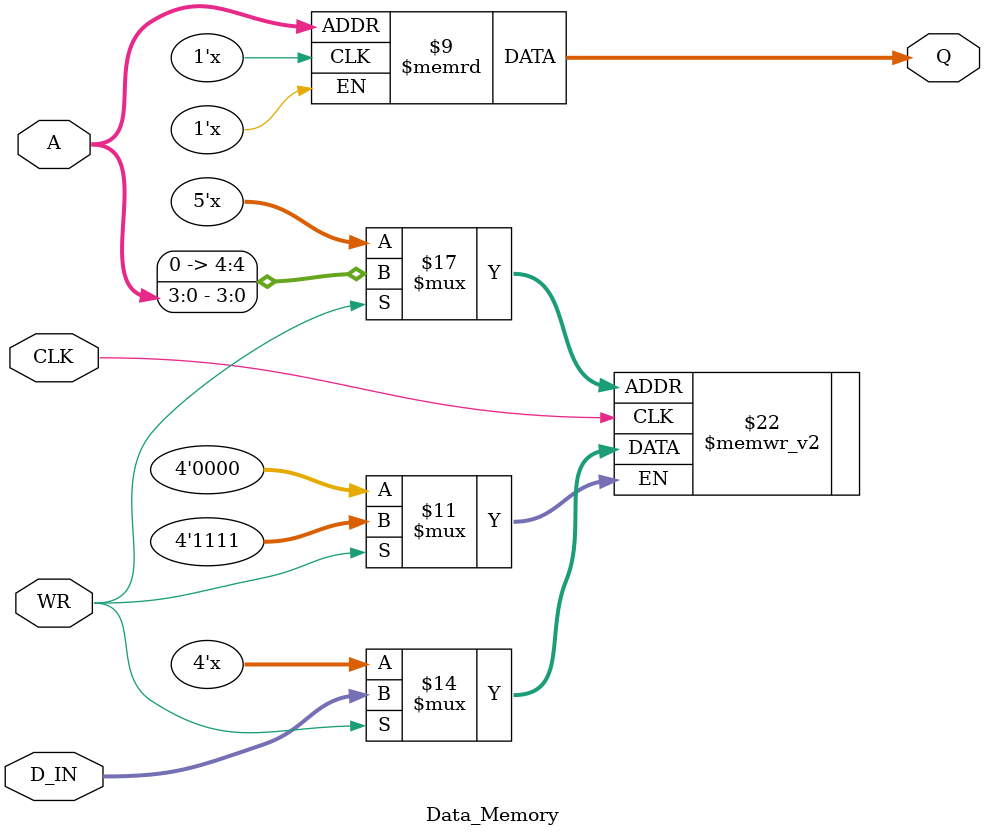
<source format=v>
module Data_Memory(CLK,WR,A,D_IN,Q);
input CLK, WR;
input [3:0] A;
input [3:0] D_IN;
output [3:0] Q;

// write your code for reading/writing
reg [3:0] SRAM [16:0];
always @(posedge CLK) begin
	if(WR) SRAM[A] = D_IN;
end
assign Q = SRAM[A];
endmodule
</source>
